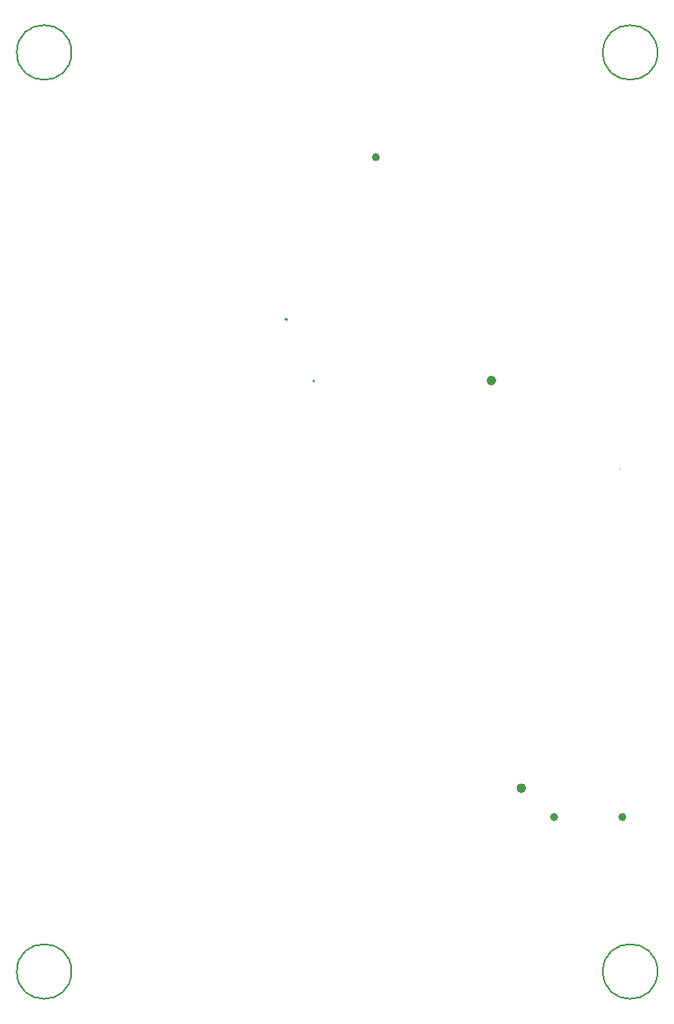
<source format=gbr>
%TF.GenerationSoftware,KiCad,Pcbnew,8.0.0*%
%TF.CreationDate,2024-04-01T11:56:58-07:00*%
%TF.ProjectId,recivier,72656369-7669-4657-922e-6b696361645f,rev?*%
%TF.SameCoordinates,Original*%
%TF.FileFunction,Other,Comment*%
%FSLAX46Y46*%
G04 Gerber Fmt 4.6, Leading zero omitted, Abs format (unit mm)*
G04 Created by KiCad (PCBNEW 8.0.0) date 2024-04-01 11:56:58*
%MOMM*%
%LPD*%
G01*
G04 APERTURE LIST*
%ADD10C,0.150000*%
%ADD11C,0.400000*%
%ADD12C,0.500000*%
%ADD13C,0.200000*%
%ADD14C,0.060000*%
G04 APERTURE END LIST*
D10*
%TO.C,H1*%
X5800000Y97000000D02*
G75*
G02*
X200000Y97000000I-2800000J0D01*
G01*
X200000Y97000000D02*
G75*
G02*
X5800000Y97000000I2800000J0D01*
G01*
D11*
%TO.C,U1*%
X37162200Y86288200D02*
G75*
G02*
X36762200Y86288200I-200000J0D01*
G01*
X36762200Y86288200D02*
G75*
G02*
X37162200Y86288200I200000J0D01*
G01*
D10*
%TO.C,H4*%
X65800000Y3000000D02*
G75*
G02*
X60200000Y3000000I-2800000J0D01*
G01*
X60200000Y3000000D02*
G75*
G02*
X65800000Y3000000I2800000J0D01*
G01*
%TO.C,U7*%
X30668700Y63386400D02*
G75*
G02*
X30528700Y63386400I-70000J0D01*
G01*
X30528700Y63386400D02*
G75*
G02*
X30668700Y63386400I70000J0D01*
G01*
D12*
%TO.C,J8*%
X52098200Y21747400D02*
G75*
G02*
X51598200Y21747400I-250000J0D01*
G01*
X51598200Y21747400D02*
G75*
G02*
X52098200Y21747400I250000J0D01*
G01*
D11*
X55408200Y18797400D02*
G75*
G02*
X55008200Y18797400I-200000J0D01*
G01*
X55008200Y18797400D02*
G75*
G02*
X55408200Y18797400I200000J0D01*
G01*
X62408200Y18797400D02*
G75*
G02*
X62008200Y18797400I-200000J0D01*
G01*
X62008200Y18797400D02*
G75*
G02*
X62408200Y18797400I200000J0D01*
G01*
D12*
%TO.C,U6*%
X49035000Y63440800D02*
G75*
G02*
X48535000Y63440800I-250000J0D01*
G01*
X48535000Y63440800D02*
G75*
G02*
X49035000Y63440800I250000J0D01*
G01*
D10*
%TO.C,H2*%
X65800000Y97000000D02*
G75*
G02*
X60200000Y97000000I-2800000J0D01*
G01*
X60200000Y97000000D02*
G75*
G02*
X65800000Y97000000I2800000J0D01*
G01*
%TO.C,H3*%
X5800000Y3000000D02*
G75*
G02*
X200000Y3000000I-2800000J0D01*
G01*
X200000Y3000000D02*
G75*
G02*
X5800000Y3000000I2800000J0D01*
G01*
D13*
%TO.C,X1*%
X27896800Y69711800D02*
G75*
G02*
X27696800Y69711800I-100000J0D01*
G01*
X27696800Y69711800D02*
G75*
G02*
X27896800Y69711800I100000J0D01*
G01*
D14*
%TO.C,AE2*%
X61978200Y54385800D02*
G75*
G02*
X61918200Y54385800I-30000J0D01*
G01*
X61918200Y54385800D02*
G75*
G02*
X61978200Y54385800I30000J0D01*
G01*
%TD*%
M02*

</source>
